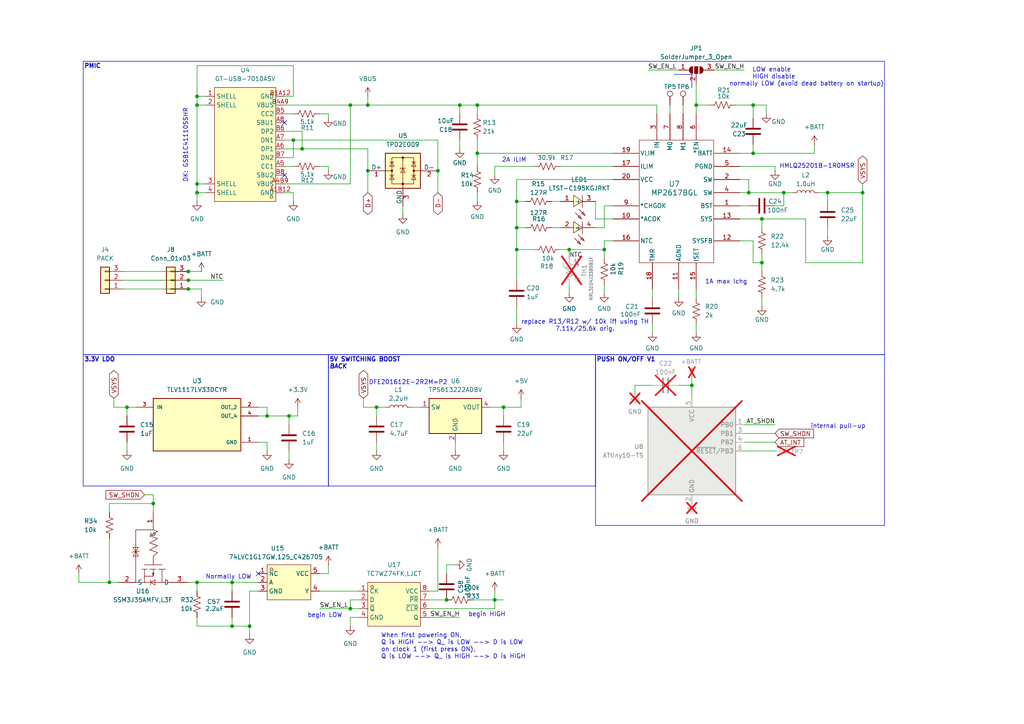
<source format=kicad_sch>
(kicad_sch (version 20231120) (generator "eeschema") (generator_version "8.0")
  (paper "A4")
  (title_block (title "Motorola MicroTAC 4G LTE Retrofit: Power") (date "2024-07-12") (rev "1") (company "Tyler Ramsawak"))
  (lib_symbols
    (symbol "Connector:TestPoint" (pin_numbers hide) (pin_names (offset 0.762) hide)
      (property "Reference" "TP" (at 0 6.858 0))
      (property "Value" "TestPoint" (at 0 5.08 0))
      (symbol "TestPoint_1_1"
        (pin passive line (at 0 0 90) (length 2.54) (name "1") (number "1"))
      )
    )
    (symbol "Connector_Generic:Conn_01x03" (pin_names (offset 1.016) hide)
      (property "Reference" "J" (at 0 5.08 0))
      (property "Value" "Conn_01x03" (at 0 -5.08 0))
      (symbol "Conn_01x03_1_1"
        (pin passive line (at -5.08 2.54 0) (length 3.81) (name "Pin_1") (number "1"))
        (pin passive line (at -5.08 0 0) (length 3.81) (name "Pin_2") (number "2"))
        (pin passive line (at -5.08 -2.54 0) (length 3.81) (name "Pin_3") (number "3"))
      )
    )
    (symbol "Device:C" (pin_numbers hide) (pin_names (offset 0.254))
      (property "Reference" "C" (at 0.635 2.54 0))
      (property "Value" "C" (at 0.635 -2.54 0))
      (symbol "C_1_1"
        (pin passive line (at 0 3.81 270) (length 2.794) (name "~") (number "1"))
        (pin passive line (at 0 -3.81 90) (length 2.794) (name "~") (number "2"))
      )
    )
    (symbol "Device:L" (pin_numbers hide) (pin_names (offset 1.016) hide)
      (property "Reference" "L" (at -1.27 0 90))
      (property "Value" "L" (at 1.905 0 90))
      (symbol "L_1_1"
        (pin passive line (at 0 3.81 270) (length 1.27) (name "1") (number "1"))
        (pin passive line (at 0 -3.81 90) (length 1.27) (name "2") (number "2"))
      )
    )
    (symbol "Device:R_US" (pin_numbers hide) (pin_names (offset 0))
      (property "Reference" "R" (at 2.54 0 90))
      (property "Value" "R_US" (at -2.54 0 90))
      (symbol "R_US_1_1"
        (pin passive line (at 0 3.81 270) (length 1.27) (name "~") (number "1"))
        (pin passive line (at 0 -3.81 90) (length 1.27) (name "~") (number "2"))
      )
    )
    (symbol "Device:Thermistor_NTC_US" (pin_numbers hide) (pin_names (offset 0))
      (property "Reference" "TH" (at -4.445 0 90))
      (property "Value" "Thermistor_NTC_US" (at 3.175 0 90))
      (symbol "Thermistor_NTC_US_1_1"
        (pin passive line (at 0 3.81 270) (length 1.27) (name "~") (number "1"))
        (pin passive line (at 0 -3.81 90) (length 1.27) (name "~") (number "2"))
      )
    )
    (symbol "GND_1" (power) (pin_numbers hide) (pin_names (offset 0) hide)
      (property "Value" "GND" (at 0 -3.81 0))
      (symbol "GND_1_1_1"
        (pin power_in line (at 0 0 270) (length 0) (name "~") (number "1"))
      )
    )
    (symbol "GND_2" (power) (pin_numbers hide) (pin_names (offset 0) hide)
      (property "Value" "GND" (at 0 -3.81 0))
      (symbol "GND_2_1_1"
        (pin power_in line (at 0 0 270) (length 0) (name "~") (number "1"))
      )
    )
    (symbol "GND_3" (power) (pin_numbers hide) (pin_names (offset 0) hide)
      (property "Value" "GND" (at 0 -3.81 0))
      (symbol "GND_3_1_1"
        (pin power_in line (at 0 0 270) (length 0) (name "~") (number "1"))
      )
    )
    (symbol "Jumper:SolderJumper_3_Open" (pin_names (offset 0) hide) (exclude_from_sim yes) (in_bom no)
      (property "Reference" "JP" (at -2.54 -2.54 0))
      (property "Value" "SolderJumper_3_Open" (at 0 2.794 0))
      (symbol "SolderJumper_3_Open_1_1"
        (pin passive line (at -5.08 0 0) (length 2.54) (name "A") (number "1"))
        (pin passive line (at 0 -3.81 90) (length 2.54) (name "C") (number "2"))
        (pin passive line (at 5.08 0 180) (length 2.54) (name "B") (number "3"))
      )
    )
    (symbol "MCU_Microchip_ATtiny:ATtiny10-TS"
      (property "Reference" "U" (at -12.7 13.97 0))
      (property "Value" "ATtiny10-TS" (at 2.54 -13.97 0))
      (symbol "ATtiny10-TS_1_1"
        (pin bidirectional line (at 15.24 7.62 180) (length 2.54) (name "PB0") (number "1"))
        (pin power_in line (at 0 -15.24 90) (length 2.54) (name "GND") (number "2"))
        (pin bidirectional line (at 15.24 5.08 180) (length 2.54) (name "PB1") (number "3"))
        (pin bidirectional line (at 15.24 2.54 180) (length 2.54) (name "PB2") (number "4"))
        (pin power_in line (at 0 15.24 270) (length 2.54) (name "VCC") (number "5"))
        (pin bidirectional line (at 15.24 0 180) (length 2.54) (name "~{RESET}/PB3") (number "6"))
      )
    )
    (symbol "MP2617:MP2617HGL-Z" (pin_names (offset 0.254))
      (property "Reference" "U" (at 0 -30.48 0))
      (property "Value" "MP2617HGL-Z" (at 0 -33.02 0))
      (symbol "MP2617HGL-Z_0_1"
        (pin power_in line (at 17.78 -1.27 180) (length 7.62) (name "BST") (number "1"))
        (pin output line (at -19.05 -5.08 0) (length 7.62) (name "*ACOK") (number "10"))
        (pin power_in line (at 0 -25.4 90) (length 7.62) (name "AGND") (number "11"))
        (pin unspecified line (at 17.78 -11.43 180) (length 7.62) (name "SYSFB") (number "12"))
        (pin output line (at 17.78 -5.08 180) (length 7.62) (name "SYS") (number "13"))
        (pin power_in line (at 17.78 13.97 180) (length 7.62) (name "BATT") (number "14"))
        (pin unspecified line (at 5.08 -25.4 90) (length 7.62) (name "ISET") (number "15"))
        (pin input line (at -19.05 -11.43 0) (length 7.62) (name "NTC") (number "16"))
        (pin input line (at -19.05 10.16 0) (length 7.62) (name "ILIM") (number "17"))
        (pin unspecified line (at -7.62 -25.4 90) (length 7.62) (name "TMR") (number "18"))
        (pin input line (at -19.05 13.97 0) (length 7.62) (name "VLIM") (number "19"))
        (pin output line (at 17.78 6.35 180) (length 7.62) (name "SW") (number "2"))
        (pin power_in line (at -19.05 6.35 0) (length 7.62) (name "VCC") (number "20"))
        (pin power_in line (at -6.35 25.4 270) (length 7.62) (name "IN") (number "3"))
        (pin output line (at 17.78 2.54 180) (length 7.62) (name "SW") (number "4"))
        (pin power_in line (at 17.78 10.16 180) (length 7.62) (name "PGND") (number "5"))
        (pin unspecified line (at 5.08 25.4 270) (length 7.62) (name "*EN") (number "6"))
        (pin input line (at -2.54 25.4 270) (length 7.62) (name "M0") (number "7"))
        (pin input line (at 1.27 25.4 270) (length 7.62) (name "M1") (number "8"))
        (pin output line (at -19.05 -1.27 0) (length 7.62) (name "*CHGOK") (number "9"))
      )
    )
    (symbol "Power_Protection:TPD2EUSB30" (pin_names (offset 0))
      (property "Reference" "U" (at 0 6.35 0))
      (property "Value" "TPD2EUSB30" (at 7.62 -7.62 0))
      (symbol "TPD2EUSB30_1_1"
        (pin passive line (at -10.16 0 0) (length 5.08) (name "D+") (number "1"))
        (pin passive line (at 10.16 0 180) (length 5.08) (name "D-") (number "2"))
        (pin passive line (at 0 -10.16 90) (length 5.08) (name "GND") (number "3"))
      )
    )
    (symbol "Regulator_Switching:TPS613222ADBV"
      (property "Reference" "U" (at -7.62 6.35 0))
      (property "Value" "TPS613222ADBV" (at 2.54 6.35 0))
      (symbol "TPS613222ADBV_1_1"
        (pin power_in line (at -10.16 2.54 0) (length 2.54) (name "SW") (number "1"))
        (pin power_in line (at 0 -7.62 90) (length 2.54) (name "GND") (number "2"))
        (pin no_connect line (at -7.62 -2.54 0) (length 2.54) hide (name "NC") (number "3"))
        (pin power_out line (at 10.16 2.54 180) (length 2.54) (name "VOUT") (number "4"))
        (pin no_connect line (at 7.62 -2.54 180) (length 2.54) hide (name "NC") (number "5"))
      )
    )
    (symbol "TLV1117LV33DCYR:TLV1117LV33DCYR" (pin_names (offset 1.016))
      (property "Reference" "U" (at -12.7 8.62 0))
      (property "Value" "TLV1117LV33DCYR" (at -12.7 -11.62 0))
      (symbol "TLV1117LV33DCYR_0_0"
        (pin power_in line (at 17.78 -5.08 180) (length 5.08) (name "GND") (number "1"))
        (pin output line (at 17.78 5.08 180) (length 5.08) (name "OUT_2") (number "2"))
        (pin input line (at -17.78 5.08 0) (length 5.08) (name "IN") (number "3"))
        (pin output line (at 17.78 2.54 180) (length 5.08) (name "OUT_4") (number "4"))
      )
    )
    (symbol "easyeda2kicad:74LVC1G17GW,125_C426705"
      (property "Reference" "U" (at 0 7.62 0))
      (property "Value" "74LVC1G17GW,125_C426705" (at 0 -7.62 0))
      (symbol "74LVC1G17GW,125_C426705_0_1"
        (pin unspecified line (at -8.89 2.54 0) (length 2.54) (name "NC") (number "1"))
        (pin unspecified line (at -8.89 0 0) (length 2.54) (name "A") (number "2"))
        (pin unspecified line (at -8.89 -2.54 0) (length 2.54) (name "GND") (number "3"))
        (pin unspecified line (at 8.89 -2.54 180) (length 2.54) (name "Y") (number "4"))
        (pin unspecified line (at 8.89 2.54 180) (length 2.54) (name "VCC") (number "5"))
      )
    )
    (symbol "easyeda2kicad:GT-USB-7010ASV"
      (property "Reference" "U" (at 0 20.32 0))
      (property "Value" "GT-USB-7010ASV" (at 0 -17.78 0))
      (symbol "GT-USB-7010ASV_0_1"
        (pin unspecified line (at 10.16 -12.7 180) (length 2.54) (name "SHELL") (number "1"))
        (pin unspecified line (at 10.16 -10.16 180) (length 2.54) (name "SHELL") (number "2"))
        (pin unspecified line (at 10.16 12.7 180) (length 2.54) (name "SHELL") (number "3"))
        (pin unspecified line (at 10.16 15.24 180) (length 2.54) (name "SHELL") (number "4"))
        (pin unspecified line (at -12.7 15.24 0) (length 2.54) (name "GND") (number "A1B12"))
        (pin unspecified line (at -12.7 12.7 0) (length 2.54) (name "VBUS") (number "A4B9"))
        (pin unspecified line (at -12.7 7.62 0) (length 2.54) (name "CC1") (number "A5"))
        (pin unspecified line (at -12.7 2.54 0) (length 2.54) (name "DP1") (number "A6"))
        (pin unspecified line (at -12.7 0 0) (length 2.54) (name "DN1") (number "A7"))
        (pin unspecified line (at -12.7 -5.08 0) (length 2.54) (name "SBU1") (number "A8"))
        (pin unspecified line (at -12.7 -12.7 0) (length 2.54) (name "GND") (number "B1A12"))
        (pin unspecified line (at -12.7 -10.16 0) (length 2.54) (name "VBUS") (number "B4A9"))
        (pin unspecified line (at -12.7 -7.62 0) (length 2.54) (name "CC2") (number "B5"))
        (pin unspecified line (at -12.7 -2.54 0) (length 2.54) (name "DP2") (number "B6"))
        (pin unspecified line (at -12.7 5.08 0) (length 2.54) (name "DN2") (number "B7"))
        (pin unspecified line (at -12.7 10.16 0) (length 2.54) (name "SBU2") (number "B8"))
      )
    )
    (symbol "easyeda2kicad:LTST-C195KGJRKT"
      (property "Reference" "LED" (at 0 7.62 0))
      (property "Value" "LTST-C195KGJRKT" (at 0 -10.16 0))
      (symbol "LTST-C195KGJRKT_0_1"
        (pin unspecified line (at 5.08 -5.08 180) (length 3.81) (name "+") (number "1"))
        (pin unspecified line (at 5.08 2.54 180) (length 3.81) (name "+") (number "2"))
        (pin unspecified line (at -5.08 -5.08 0) (length 3.81) (name "-") (number "3"))
        (pin unspecified line (at -5.08 2.54 0) (length 3.81) (name "-") (number "4"))
      )
    )
    (symbol "easyeda2kicad:SSM3J35AMFV,L3F"
      (property "Reference" "U" (at 0 15.24 0))
      (property "Value" "SSM3J35AMFV,L3F" (at 0 -15.24 0))
      (symbol "SSM3J35AMFV,L3F_0_1"
        (pin unspecified line (at -10.16 0 0) (length 5.08) (name "G") (number "1"))
        (pin unspecified line (at 10.16 -10.16 90) (length 5.08) (name "S") (number "2"))
        (pin unspecified line (at 10.16 10.16 270) (length 5.08) (name "D") (number "3"))
      )
    )
    (symbol "easyeda2kicad:TC7WZ74FK,LJ(CT"
      (property "Reference" "U" (at 0 8.89 0))
      (property "Value" "TC7WZ74FK,LJ(CT" (at 0 -8.89 0))
      (symbol "TC7WZ74FK,LJ(CT_0_1"
        (pin unspecified line (at -10.16 3.81 0) (length 2.54) (name "CK") (number "1"))
        (pin unspecified line (at -10.16 1.27 0) (length 2.54) (name "D") (number "2"))
        (pin unspecified line (at -10.16 -1.27 0) (length 2.54) (name "~{Q}") (number "3"))
        (pin unspecified line (at -10.16 -3.81 0) (length 2.54) (name "GND") (number "4"))
        (pin unspecified line (at 10.16 -3.81 180) (length 2.54) (name "Q") (number "5"))
        (pin unspecified line (at 10.16 -1.27 180) (length 2.54) (name "~{CLR}") (number "6"))
        (pin unspecified line (at 10.16 1.27 180) (length 2.54) (name "~{PR}") (number "7"))
        (pin unspecified line (at 10.16 3.81 180) (length 2.54) (name "VCC") (number "8"))
      )
    )
    (symbol "power:+3.3V" (power) (pin_numbers hide) (pin_names (offset 0) hide)
      (property "Value" "+3.3V" (at 0 3.556 0))
      (symbol "+3.3V_1_1"
        (pin power_in line (at 0 0 90) (length 0) (name "~") (number "1"))
      )
    )
    (symbol "power:+5V" (power) (pin_numbers hide) (pin_names (offset 0) hide)
      (property "Value" "+5V" (at 0 3.556 0))
      (symbol "+5V_1_1"
        (pin power_in line (at 0 0 90) (length 0) (name "~") (number "1"))
      )
    )
    (symbol "power:+BATT" (power) (pin_numbers hide) (pin_names (offset 0) hide)
      (property "Value" "+BATT" (at 0 3.556 0))
      (symbol "+BATT_1_1"
        (pin power_in line (at 0 0 90) (length 0) (name "~") (number "1"))
      )
    )
    (symbol "power:GND" (power) (pin_names (offset 0))
      (property "Value" "GND" (at 0 -3.81 0))
      (symbol "GND_1_1"
        (pin power_in line (at 0 0 270) (length 0) hide (name "GND") (number "1"))
      )
    )
    (symbol "power:VBUS" (power) (pin_numbers hide) (pin_names (offset 0) hide)
      (property "Value" "VBUS" (at 0 3.556 0))
      (symbol "VBUS_1_1"
        (pin power_in line (at 0 0 90) (length 0) (name "~") (number "1"))
      )
    )
  )
  (junction (at 72.39 181.61))
  (junction (at 149.86 66.04))
  (junction (at 149.86 72.39))
  (junction (at 138.43 30.48))
  (junction (at 227.33 55.88))
  (junction (at 133.35 30.48))
  (junction (at 57.15 168.91))
  (junction (at 87.63 43.18))
  (junction (at 143.51 173.99))
  (junction (at 106.68 49.53))
  (junction (at 201.93 30.48))
  (junction (at 101.6 176.53))
  (junction (at 200.66 111.76))
  (junction (at 106.68 30.48))
  (junction (at 220.98 76.2))
  (junction (at 57.15 30.48))
  (junction (at 138.43 44.45))
  (junction (at 31.75 168.91))
  (junction (at 218.44 30.48))
  (junction (at 175.26 72.39))
  (junction (at 250.19 55.88))
  (junction (at 165.1 72.39))
  (junction (at 146.05 118.11))
  (junction (at 67.31 181.61))
  (junction (at 217.17 55.88))
  (junction (at 67.31 168.91))
  (junction (at 218.44 44.45))
  (junction (at 109.22 118.11))
  (junction (at 57.15 53.34))
  (junction (at 101.6 30.48))
  (junction (at 149.86 58.42))
  (junction (at 57.15 27.94))
  (junction (at 240.03 55.88))
  (junction (at 83.82 120.65))
  (junction (at 36.83 118.11))
  (junction (at 220.98 63.5))
  (junction (at 85.09 40.64))
  (junction (at 127 49.53))
  (junction (at 54.61 78.74))
  (junction (at 57.15 55.88))
  (junction (at 129.54 173.99))
  (junction (at 44.45 146.05))
  (junction (at 54.61 83.82))
  (junction (at 77.47 120.65))
  (junction (at 54.61 81.28))
  (no_connect (at 74.93 166.37))
  (no_connect (at 82.55 35.56))
  (no_connect (at 82.55 50.8))
  (wire (pts (xy 138.43 40.64) (xy 138.43 44.45)))
  (wire (pts (xy 172.72 58.42) (xy 172.72 63.5)))
  (wire (pts (xy 224.79 123.19) (xy 215.9 123.19)))
  (wire (pts (xy 227.33 55.88) (xy 227.33 59.69)))
  (wire (pts (xy 82.55 45.72) (xy 85.09 45.72)))
  (wire (pts (xy 22.86 166.37) (xy 22.86 168.91)))
  (wire (pts (xy 162.56 48.26) (xy 177.8 48.26)))
  (wire (pts (xy 250.19 53.34) (xy 250.19 55.88)))
  (wire (pts (xy 83.82 120.65) (xy 83.82 123.19)))
  (wire (pts (xy 57.15 179.07) (xy 57.15 181.61)))
  (wire (pts (xy 200.66 109.22) (xy 200.66 111.76)))
  (wire (pts (xy 116.84 59.69) (xy 116.84 62.23)))
  (wire (pts (xy 220.98 63.5) (xy 220.98 66.04)))
  (wire (pts (xy 146.05 173.99) (xy 143.51 173.99)))
  (wire (pts (xy 175.26 66.04) (xy 172.72 66.04)))
  (wire (pts (xy 165.1 74.93) (xy 165.1 72.39)))
  (wire (pts (xy 177.8 69.85) (xy 175.26 69.85)))
  (wire (pts (xy 127 49.53) (xy 127 55.88)))
  (wire (pts (xy 218.44 41.91) (xy 218.44 44.45)))
  (wire (pts (xy 59.69 30.48) (xy 57.15 30.48)))
  (wire (pts (xy 72.39 184.15) (xy 72.39 181.61)))
  (wire (pts (xy 57.15 168.91) (xy 57.15 171.45)))
  (wire (pts (xy 106.68 30.48) (xy 133.35 30.48)))
  (wire (pts (xy 143.51 48.26) (xy 143.51 50.8)))
  (wire (pts (xy 201.93 83.82) (xy 201.93 86.36)))
  (wire (pts (xy 165.1 85.09) (xy 165.1 82.55)))
  (wire (pts (xy 240.03 55.88) (xy 250.19 55.88)))
  (wire (pts (xy 149.86 58.42) (xy 149.86 66.04)))
  (wire (pts (xy 36.83 128.27) (xy 36.83 130.81)))
  (wire (pts (xy 133.35 43.18) (xy 133.35 40.64)))
  (wire (pts (xy 229.87 55.88) (xy 227.33 55.88)))
  (wire (pts (xy 67.31 168.91) (xy 74.93 168.91)))
  (wire (pts (xy 109.22 120.65) (xy 109.22 118.11)))
  (wire (pts (xy 36.83 118.11) (xy 39.37 118.11)))
  (wire (pts (xy 143.51 176.53) (xy 143.51 173.99)))
  (wire (pts (xy 214.63 59.69) (xy 217.17 59.69)))
  (wire (pts (xy 106.68 55.88) (xy 106.68 49.53)))
  (wire (pts (xy 86.36 118.11) (xy 86.36 120.65)))
  (wire (pts (xy 240.03 68.58) (xy 240.03 66.04)))
  (wire (pts (xy 106.68 27.94) (xy 106.68 30.48)))
  (polyline (pts (xy 195.58 21.59) (xy 200.66 21.59)))
  (wire (pts (xy 82.55 55.88) (xy 85.09 55.88)))
  (wire (pts (xy 201.93 30.48) (xy 201.93 33.02)))
  (wire (pts (xy 124.46 171.45) (xy 127 171.45)))
  (wire (pts (xy 82.55 40.64) (xy 85.09 40.64)))
  (wire (pts (xy 142.24 118.11) (xy 146.05 118.11)))
  (wire (pts (xy 129.54 166.37) (xy 129.54 163.83)))
  (wire (pts (xy 36.83 118.11) (xy 36.83 120.65)))
  (wire (pts (xy 54.61 81.28) (xy 64.77 81.28)))
  (wire (pts (xy 124.46 179.07) (xy 133.35 179.07)))
  (wire (pts (xy 82.55 30.48) (xy 101.6 30.48)))
  (wire (pts (xy 77.47 120.65) (xy 77.47 118.11)))
  (wire (pts (xy 105.41 118.11) (xy 105.41 115.57)))
  (wire (pts (xy 146.05 118.11) (xy 151.13 118.11)))
  (wire (pts (xy 189.23 83.82) (xy 189.23 86.36)))
  (wire (pts (xy 146.05 120.65) (xy 146.05 118.11)))
  (wire (pts (xy 101.6 173.99) (xy 101.6 176.53)))
  (wire (pts (xy 67.31 171.45) (xy 67.31 168.91)))
  (wire (pts (xy 215.9 125.73) (xy 224.79 125.73)))
  (wire (pts (xy 200.66 111.76) (xy 200.66 115.57)))
  (wire (pts (xy 87.63 43.18) (xy 106.68 43.18)))
  (wire (pts (xy 85.09 45.72) (xy 85.09 40.64)))
  (wire (pts (xy 54.61 168.91) (xy 57.15 168.91)))
  (wire (pts (xy 177.8 59.69) (xy 175.26 59.69)))
  (wire (pts (xy 138.43 30.48) (xy 138.43 33.02)))
  (wire (pts (xy 213.36 30.48) (xy 218.44 30.48)))
  (wire (pts (xy 214.63 48.26) (xy 224.79 48.26)))
  (wire (pts (xy 92.71 33.02) (xy 95.25 33.02)))
  (wire (pts (xy 224.79 130.81) (xy 215.9 130.81)))
  (wire (pts (xy 31.75 168.91) (xy 34.29 168.91)))
  (wire (pts (xy 74.93 120.65) (xy 77.47 120.65)))
  (wire (pts (xy 218.44 44.45) (xy 214.63 44.45)))
  (wire (pts (xy 54.61 83.82) (xy 58.42 83.82)))
  (wire (pts (xy 160.02 58.42) (xy 162.56 58.42)))
  (wire (pts (xy 33.02 115.57) (xy 33.02 118.11)))
  (wire (pts (xy 187.96 20.32) (xy 196.85 20.32)))
  (wire (pts (xy 57.15 30.48) (xy 57.15 27.94)))
  (wire (pts (xy 85.09 27.94) (xy 85.09 19.05)))
  (wire (pts (xy 227.33 59.69) (xy 224.79 59.69)))
  (wire (pts (xy 67.31 181.61) (xy 72.39 181.61)))
  (wire (pts (xy 149.86 88.9) (xy 149.86 93.98)))
  (wire (pts (xy 175.26 74.93) (xy 175.26 72.39)))
  (wire (pts (xy 44.45 143.51) (xy 44.45 146.05)))
  (wire (pts (xy 149.86 66.04) (xy 149.86 72.39)))
  (wire (pts (xy 137.16 173.99) (xy 143.51 173.99)))
  (wire (pts (xy 41.91 143.51) (xy 44.45 143.51)))
  (wire (pts (xy 220.98 76.2) (xy 220.98 78.74)))
  (wire (pts (xy 138.43 55.88) (xy 138.43 58.42)))
  (wire (pts (xy 220.98 76.2) (xy 220.98 73.66)))
  (wire (pts (xy 214.63 52.07) (xy 217.17 52.07)))
  (wire (pts (xy 127 40.64) (xy 127 49.53)))
  (wire (pts (xy 57.15 53.34) (xy 59.69 53.34)))
  (wire (pts (xy 198.12 30.48) (xy 198.12 33.02)))
  (wire (pts (xy 177.8 44.45) (xy 138.43 44.45)))
  (wire (pts (xy 82.55 27.94) (xy 85.09 27.94)))
  (wire (pts (xy 127 158.75) (xy 127 171.45)))
  (wire (pts (xy 149.86 52.07) (xy 149.86 58.42)))
  (wire (pts (xy 146.05 128.27) (xy 146.05 130.81)))
  (wire (pts (xy 57.15 55.88) (xy 59.69 55.88)))
  (wire (pts (xy 85.09 40.64) (xy 127 40.64)))
  (wire (pts (xy 233.68 63.5) (xy 233.68 76.2)))
  (wire (pts (xy 58.42 86.36) (xy 58.42 83.82)))
  (wire (pts (xy 205.74 30.48) (xy 201.93 30.48)))
  (wire (pts (xy 184.15 111.76) (xy 184.15 114.3)))
  (wire (pts (xy 149.86 72.39) (xy 154.94 72.39)))
  (wire (pts (xy 129.54 163.83) (xy 132.08 163.83)))
  (wire (pts (xy 138.43 30.48) (xy 133.35 30.48)))
  (wire (pts (xy 95.25 33.02) (xy 95.25 34.29)))
  (wire (pts (xy 57.15 181.61) (xy 67.31 181.61)))
  (wire (pts (xy 101.6 176.53) (xy 104.14 176.53)))
  (wire (pts (xy 175.26 59.69) (xy 175.26 66.04)))
  (wire (pts (xy 85.09 33.02) (xy 82.55 33.02)))
  (wire (pts (xy 175.26 72.39) (xy 175.26 69.85)))
  (wire (pts (xy 189.23 93.98) (xy 189.23 96.52)))
  (wire (pts (xy 124.46 173.99) (xy 129.54 173.99)))
  (wire (pts (xy 106.68 43.18) (xy 106.68 49.53)))
  (wire (pts (xy 175.26 85.09) (xy 175.26 82.55)))
  (wire (pts (xy 160.02 66.04) (xy 162.56 66.04)))
  (wire (pts (xy 77.47 128.27) (xy 77.47 130.81)))
  (wire (pts (xy 44.45 146.05) (xy 44.45 148.59)))
  (wire (pts (xy 31.75 146.05) (xy 31.75 148.59)))
  (wire (pts (xy 85.09 19.05) (xy 57.15 19.05)))
  (wire (pts (xy 190.5 33.02) (xy 190.5 30.48)))
  (wire (pts (xy 217.17 55.88) (xy 214.63 55.88)))
  (wire (pts (xy 92.71 176.53) (xy 101.6 176.53)))
  (wire (pts (xy 133.35 30.48) (xy 133.35 33.02)))
  (wire (pts (xy 250.19 76.2) (xy 250.19 55.88)))
  (wire (pts (xy 237.49 55.88) (xy 240.03 55.88)))
  (wire (pts (xy 95.25 166.37) (xy 95.25 163.83)))
  (wire (pts (xy 189.23 111.76) (xy 184.15 111.76)))
  (wire (pts (xy 109.22 128.27) (xy 109.22 130.81)))
  (wire (pts (xy 74.93 128.27) (xy 77.47 128.27)))
  (wire (pts (xy 101.6 30.48) (xy 101.6 53.34)))
  (wire (pts (xy 101.6 181.61) (xy 101.6 179.07)))
  (wire (pts (xy 57.15 19.05) (xy 57.15 27.94)))
  (wire (pts (xy 217.17 55.88) (xy 227.33 55.88)))
  (wire (pts (xy 92.71 166.37) (xy 95.25 166.37)))
  (wire (pts (xy 218.44 69.85) (xy 218.44 76.2)))
  (wire (pts (xy 77.47 120.65) (xy 83.82 120.65)))
  (wire (pts (xy 236.22 44.45) (xy 218.44 44.45)))
  (wire (pts (xy 31.75 156.21) (xy 31.75 168.91)))
  (wire (pts (xy 236.22 41.91) (xy 236.22 44.45)))
  (wire (pts (xy 220.98 88.9) (xy 220.98 86.36)))
  (wire (pts (xy 214.63 63.5) (xy 220.98 63.5)))
  (wire (pts (xy 83.82 130.81) (xy 83.82 133.35)))
  (polyline (pts (xy 200.66 21.59) (xy 200.66 25.4)))
  (wire (pts (xy 224.79 128.27) (xy 215.9 128.27)))
  (wire (pts (xy 82.55 38.1) (xy 87.63 38.1)))
  (wire (pts (xy 201.93 24.13) (xy 201.93 30.48)))
  (wire (pts (xy 111.76 118.11) (xy 109.22 118.11)))
  (wire (pts (xy 152.4 66.04) (xy 149.86 66.04)))
  (wire (pts (xy 124.46 176.53) (xy 143.51 176.53)))
  (wire (pts (xy 143.51 171.45) (xy 143.51 173.99)))
  (wire (pts (xy 35.56 81.28) (xy 54.61 81.28)))
  (wire (pts (xy 151.13 115.57) (xy 151.13 118.11)))
  (wire (pts (xy 196.85 86.36) (xy 196.85 83.82)))
  (wire (pts (xy 72.39 171.45) (xy 74.93 171.45)))
  (wire (pts (xy 33.02 118.11) (xy 36.83 118.11)))
  (wire (pts (xy 240.03 55.88) (xy 240.03 58.42)))
  (wire (pts (xy 57.15 58.42) (xy 57.15 55.88)))
  (wire (pts (xy 218.44 30.48) (xy 222.25 30.48)))
  (wire (pts (xy 77.47 118.11) (xy 74.93 118.11)))
  (wire (pts (xy 57.15 30.48) (xy 57.15 53.34)))
  (wire (pts (xy 165.1 72.39) (xy 175.26 72.39)))
  (wire (pts (xy 82.55 43.18) (xy 87.63 43.18)))
  (wire (pts (xy 154.94 48.26) (xy 143.51 48.26)))
  (wire (pts (xy 92.71 171.45) (xy 104.14 171.45)))
  (wire (pts (xy 95.25 48.26) (xy 95.25 49.53)))
  (wire (pts (xy 149.86 52.07) (xy 177.8 52.07)))
  (wire (pts (xy 85.09 48.26) (xy 82.55 48.26)))
  (wire (pts (xy 218.44 76.2) (xy 220.98 76.2)))
  (wire (pts (xy 83.82 120.65) (xy 86.36 120.65)))
  (wire (pts (xy 149.86 72.39) (xy 149.86 81.28)))
  (wire (pts (xy 119.38 118.11) (xy 121.92 118.11)))
  (wire (pts (xy 109.22 118.11) (xy 105.41 118.11)))
  (wire (pts (xy 82.55 53.34) (xy 101.6 53.34)))
  (wire (pts (xy 217.17 52.07) (xy 217.17 55.88)))
  (wire (pts (xy 162.56 72.39) (xy 165.1 72.39)))
  (wire (pts (xy 233.68 76.2) (xy 250.19 76.2)))
  (wire (pts (xy 201.93 96.52) (xy 201.93 93.98)))
  (wire (pts (xy 214.63 69.85) (xy 218.44 69.85)))
  (wire (pts (xy 138.43 30.48) (xy 190.5 30.48)))
  (wire (pts (xy 194.31 30.48) (xy 194.31 33.02)))
  (wire (pts (xy 54.61 78.74) (xy 58.42 78.74)))
  (wire (pts (xy 224.79 48.26) (xy 224.79 49.53)))
  (wire (pts (xy 67.31 179.07) (xy 67.31 181.61)))
  (wire (pts (xy 57.15 168.91) (xy 67.31 168.91)))
  (wire (pts (xy 85.09 55.88) (xy 85.09 58.42)))
  (wire (pts (xy 196.85 111.76) (xy 200.66 111.76)))
  (wire (pts (xy 104.14 173.99) (xy 101.6 173.99)))
  (wire (pts (xy 72.39 181.61) (xy 72.39 171.45)))
  (wire (pts (xy 101.6 179.07) (xy 104.14 179.07)))
  (wire (pts (xy 177.8 63.5) (xy 172.72 63.5)))
  (wire (pts (xy 101.6 30.48) (xy 106.68 30.48)))
  (wire (pts (xy 138.43 44.45) (xy 138.43 48.26)))
  (wire (pts (xy 57.15 27.94) (xy 59.69 27.94)))
  (wire (pts (xy 220.98 63.5) (xy 233.68 63.5)))
  (wire (pts (xy 87.63 38.1) (xy 87.63 43.18)))
  (wire (pts (xy 215.9 20.32) (xy 207.01 20.32)))
  (wire (pts (xy 57.15 55.88) (xy 57.15 53.34)))
  (wire (pts (xy 22.86 168.91) (xy 31.75 168.91)))
  (wire (pts (xy 31.75 146.05) (xy 44.45 146.05)))
  (wire (pts (xy 92.71 48.26) (xy 95.25 48.26)))
  (wire (pts (xy 218.44 34.29) (xy 218.44 30.48)))
  (wire (pts (xy 35.56 83.82) (xy 54.61 83.82)))
  (wire (pts (xy 222.25 30.48) (xy 222.25 33.02)))
  (wire (pts (xy 152.4 58.42) (xy 149.86 58.42)))
  (wire (pts (xy 35.56 78.74) (xy 54.61 78.74)))
  (wire (pts (xy 132.08 128.27) (xy 132.08 130.81)))
  (rectangle (start 95.25 102.87) (end 172.72 140.97))
  (rectangle (start 24.13 102.87) (end 95.25 140.97))
  (rectangle (start 24.13 17.78) (end 256.54 102.87))
  (rectangle (start 172.72 102.87) (end 256.54 152.4))
  (text "Normally LOW" (at 66.294 167.386 0) (effects (font (size 1.27 1.27))))
  (text "internal pull-up" (at 243.078 123.698 0) (effects (font (size 1.27 1.27))))
  (text "DK: GSB1C41110SSHR" (at 53.848 42.164 90) (effects (font (size 1.27 1.27))))
  (text "normally LOW (avoid dead battery on startup)" (at 233.934 24.384 0) (effects (font (size 1.27 1.27))))
  (text "2A ILIM" (at 145.542 47.244 0) (effects (font (size 1.27 1.27)) (justify left bottom)))
  (text "DFE201612E-2R2M=P2" (at 118.364 110.998 0) (effects (font (size 1.27 1.27))))
  (text "1A max Ichg" (at 204.47 82.55 0) (effects (font (size 1.27 1.27)) (justify left bottom)))
  (text "LOW enable\nHIGH disable" (at 218.186 21.336 0) (effects (font (size 1.27 1.27)) (justify left)))
  (text "BACK" (at 95.504 106.426 0) (effects (font (size 1.27 1.27) (thickness 0.254) (bold yes) (italic yes)) (justify left)))
  (text "3.3V LDO" (at 24.384 103.632 0) (effects (font (size 1.27 1.27) (bold yes)) (justify left top)))
  (text "HMLQ25201B-1R0MSR" (at 236.982 48.26 0) (effects (font (size 1.27 1.27))))
  (text "PUSH ON/OFF V1" (at 172.974 103.632 0) (effects (font (size 1.27 1.27) (bold yes)) (justify left top)))
  (text "begin HIGH" (at 141.224 178.308 0) (effects (font (size 1.27 1.27))))
  (text "begin LOW" (at 94.234 178.562 0) (effects (font (size 1.27 1.27))))
  (text "PMIC" (at 24.384 18.542 0) (effects (font (size 1.27 1.27) (bold yes)) (justify left top)))
  (text "5V SWITCHING BOOST" (at 95.504 103.632 0) (effects (font (size 1.27 1.27) (bold yes)) (justify left top)))
  (text "When first powering ON,\nQ is HIGH --> Q_ is LOW --> D is LOW\non clock 1 (first press ON),\nQ is LOW --> Q_ is HIGH --> D is HIGH" (at 110.49 187.452 0) (effects (font (size 1.27 1.27)) (justify left)))
  (text "replace R13/R12 w/ 10k if! using TH\n7.11k/25.6k orig." (at 169.672 94.488 0) (effects (font (size 1.27 1.27))))
  (label "SW_EN_L" (at 92.71 176.53 0))
  (label "NTC" (at 165.1 74.93 0))
  (label "SW_EN_L" (at 187.96 20.32 0))
  (label "SW_EN_H" (at 133.35 179.07 180))
  (label "NTC" (at 64.77 81.28 180))
  (label "AT_SHDN" (at 224.79 123.19 180))
  (label "SW_EN_H" (at 215.9 20.32 180))
  (global_label "SW_SHDN" (shape input) (at 224.79 125.73 0) (property "Intersheetrefs" "${INTERSHEET_REFS}" (effects (hide yes))))
  (global_label "AT_INT" (shape input) (at 224.79 128.27 0) (property "Intersheetrefs" "${INTERSHEET_REFS}" (effects (hide yes))))
  (global_label "VSYS" (shape bidirectional) (at 33.02 115.57 90) (property "Intersheetrefs" "${INTERSHEET_REFS}" (effects (hide yes))))
  (global_label "D-" (shape bidirectional) (at 127 55.88 270) (property "Intersheetrefs" "${INTERSHEET_REFS}" (effects (hide yes))))
  (global_label "VSYS" (shape bidirectional) (at 250.19 53.34 90) (property "Intersheetrefs" "${INTERSHEET_REFS}" (effects (hide yes))))
  (global_label "D+" (shape bidirectional) (at 106.68 55.88 270) (property "Intersheetrefs" "${INTERSHEET_REFS}" (effects (hide yes))))
  (global_label "VSYS" (shape bidirectional) (at 105.41 115.57 90) (property "Intersheetrefs" "${INTERSHEET_REFS}" (effects (hide yes))))
  (global_label "SW_SHDN" (shape input) (at 41.91 143.51 180) (property "Intersheetrefs" "${INTERSHEET_REFS}" (effects (hide yes))))
  (symbol (lib_id "Device:C") (at 240.03 62.23 0) (unit 1)
    (property "Reference" "C25" (at 243.84 60.9599 0) (effects (justify left)))
    (property "Value" "22uF" (at 243.84 63.4999 0) (effects (justify left)))
    (property "Footprint" "Capacitor_SMD:C_0603_1608Metric" (effects (hide yes)))
    (property "Description" "Unpolarized capacitor" (effects (hide yes)))
    (property "LCSC Part #" "C86295" (effects (hide yes)))
  )
  (symbol (lib_id "Device:R_US") (at 57.15 175.26 180) (unit 1)
    (property "Reference" "R32" (at 52.324 173.99 0) (effects (justify right)))
    (property "Value" "10k" (at 52.324 176.5269 0) (effects (justify right)))
    (property "Footprint" "Resistor_SMD:R_0603_1608Metric" (effects (hide yes)))
    (property "LCSC Part #" "C98220" (effects (hide yes)))
  )
  (symbol (lib_id "Connector:TestPoint") (at 198.12 30.48 0) (unit 1) (in_bom no)
    (property "Reference" "TP6" (at 196.342 25.146 0) (effects (justify left)))
    (property "Value" "TestPoint" (effects (hide yes)))
    (property "Footprint" "TestPoint:TestPoint_Pad_D1.0mm" (effects (hide yes)))
    (property "Description" "test point" (effects (hide yes)))
  )
  (symbol (lib_id "Device:R_US") (at 175.26 78.74 0) (unit 1)
    (property "Reference" "R19" (at 180.086 75.946 90) (effects (justify right)))
    (property "Value" "10k" (at 177.8 76.2 90) (effects (justify right)))
    (property "Footprint" "Resistor_SMD:R_0603_1608Metric" (effects (hide yes)))
    (property "LCSC Part #" "C98220" (effects (hide yes)))
  )
  (symbol (lib_id "MP2617:MP2617HGL-Z") (at 196.85 58.42 0) (unit 1)
    (property "Reference" "U7" (at 195.58 53.34 0) (effects (font (size 1.524 1.524))))
    (property "Value" "MP2617BGL" (at 195.58 55.88 0) (effects (font (size 1.524 1.524))))
    (property "Footprint" "QFN-3x4_MP2617B_MNP:QFN-3x4_MP2617B_MNP" (effects (hide yes)))
    (property "Datasheet" "https://www.lcsc.com/datasheet/lcsc_datasheet_2403151619_Monolithic-Power-Systems-MP2617BGL-Z_C20069078.pdf" (effects (hide yes)))
  )
  (symbol (lib_id "Device:R_US") (at 138.43 36.83 180) (unit 1)
    (property "Reference" "R13" (at 139.954 35.56 0) (effects (justify right)))
    (property "Value" "21k" (at 139.954 38.1 0) (effects (justify right)))
    (property "Footprint" "Resistor_SMD:R_0603_1608Metric" (effects (hide yes)))
    (property "LCSC Part #" "C137769" (effects (hide yes)))
  )
  (symbol (lib_id "power:+BATT") (at 200.66 109.22 0) (unit 1) (in_bom no) (on_board no) (dnp yes)
    (property "Reference" "#PWR056" (effects (hide yes)))
    (property "Value" "+BATT" (at 200.406 104.902 0))
    (property "Description" "Power symbol creates a global label with name \"+BATT\"" (effects (hide yes)))
  )
  (symbol (lib_id "Connector:TestPoint") (at 224.79 130.81 270) (unit 1) (in_bom no) (on_board no) (dnp yes)
    (property "Reference" "TP7" (at 229.362 131.064 90) (effects (justify left)))
    (property "Value" "TestPoint" (effects (hide yes)))
    (property "Footprint" "TestPoint:TestPoint_Pad_D1.0mm" (effects (hide yes)))
    (property "Description" "test point" (effects (hide yes)))
  )
  (symbol (lib_name "GND_3") (lib_id "power:GND") (at 101.6 181.61 0) (unit 1)
    (property "Reference" "#PWR0123" (effects (hide yes)))
    (property "Value" "GND" (at 101.6 186.69 0))
    (property "Description" "Power symbol creates a global label with name \"GND\" , ground" (effects (hide yes)))
  )
  (symbol (lib_id "Device:R_US") (at 220.98 69.85 180) (unit 1)
    (property "Reference" "R22" (at 223.52 68.5799 0) (effects (justify right)))
    (property "Value" "12.4k" (at 223.52 71.1199 0) (effects (justify right)))
    (property "Footprint" "Resistor_SMD:R_0603_1608Metric" (effects (hide yes)))
    (property "Description" "Resistor, US symbol" (effects (hide yes)))
    (property "LCSC Part #" "C137798" (effects (hide yes)))
  )
  (symbol (lib_id "Connector:TestPoint") (at 194.31 30.48 0) (unit 1) (in_bom no)
    (property "Reference" "TP5" (at 192.532 25.146 0) (effects (justify left)))
    (property "Value" "TestPoint" (effects (hide yes)))
    (property "Footprint" "TestPoint:TestPoint_Pad_D1.0mm" (effects (hide yes)))
    (property "Description" "test point" (effects (hide yes)))
  )
  (symbol (lib_name "GND_1") (lib_id "power:GND") (at 220.98 88.9 0) (unit 1)
    (property "Reference" "#PWR059" (effects (hide yes)))
    (property "Value" "GND" (at 220.98 92.71 0))
    (property "Description" "Power symbol creates a global label with name \"GND\" , ground" (effects (hide yes)))
  )
  (symbol (lib_name "GND_2") (lib_id "power:GND") (at 57.15 58.42 0) (unit 1)
    (property "Reference" "#PWR032" (effects (hide yes)))
    (property "Value" "GND" (at 57.15 63.5 0))
    (property "Description" "Power symbol creates a global label with name \"GND\" , ground" (effects (hide yes)))
  )
  (symbol (lib_id "easyeda2kicad:TC7WZ74FK,LJ(CT") (at 114.3 175.26 0) (unit 1)
    (property "Reference" "U17" (at 114.3 163.83 0))
    (property "Value" "TC7WZ74FK,LJCT" (at 114.3 166.37 0))
    (property "Footprint" "easyeda2kicad:US-8_L2.4-W2.1-P0.50-LS3.2-BL" (effects (hide yes)))
    (property "LCSC Part" "C2652815" (effects (hide yes)))
    (property "LCSC Part #" "C2652815" (effects (hide yes)))
  )
  (symbol (lib_name "GND_1") (lib_id "power:GND") (at 240.03 68.58 0) (unit 1)
    (property "Reference" "#PWR063" (effects (hide yes)))
    (property "Value" "GND" (at 240.03 72.39 0))
    (property "Description" "Power symbol creates a global label with name \"GND\" , ground" (effects (hide yes)))
  )
  (symbol (lib_name "GND_3") (lib_id "power:GND") (at 36.83 130.81 0) (unit 1)
    (property "Reference" "#PWR031" (effects (hide yes)))
    (property "Value" "GND" (at 36.83 135.89 0))
    (property "Description" "Power symbol creates a global label with name \"GND\" , ground" (effects (hide yes)))
  )
  (symbol (lib_id "power:+BATT") (at 127 158.75 0) (unit 1)
    (property "Reference" "#PWR0124" (effects (hide yes)))
    (property "Value" "+BATT" (at 127 153.67 0))
    (property "Description" "Power symbol creates a global label with name \"+BATT\"" (effects (hide yes)))
  )
  (symbol (lib_id "easyeda2kicad:SSM3J35AMFV,L3F") (at 44.45 158.75 270) (unit 1)
    (property "Reference" "U16" (at 41.402 171.45 90))
    (property "Value" "SSM3J35AMFV,L3F" (at 41.402 173.99 90))
    (property "Footprint" "easyeda2kicad:SOT-723_L1.2-W0.8-P0.80-LS1.2-BR" (effects (hide yes)))
    (property "LCSC Part" "C5274156" (effects (hide yes)))
    (property "LCSC Part #" "C5274156" (effects (hide yes)))
  )
  (symbol (lib_id "easyeda2kicad:74LVC1G17GW,125_C426705") (at 83.82 168.91 0) (unit 1)
    (property "Reference" "U15" (at 80.518 159.004 0))
    (property "Value" "74LVC1G17GW,125_C426705" (at 80.01 161.544 0))
    (property "Footprint" "easyeda2kicad:SOT-353_L2.1-W1.3-P0.65-LS2.3-BR" (effects (hide yes)))
    (property "Datasheet" "https://lcsc.com/product-detail/Logic-Buffers-Drivers-Receivers-Transceivers_Nexperia_74LVC1G17GW-125_Nexperia-74LVC1G17GW-125_C426705.html" (effects (hide yes)))
    (property "LCSC Part" "C426705" (effects (hide yes)))
    (property "LCSC Part #" "C426705" (effects (hide yes)))
  )
  (symbol (lib_id "power:GND") (at 133.35 43.18 0) (unit 1)
    (property "Reference" "#PWR045" (effects (hide yes)))
    (property "Value" "GND" (at 133.35 47.244 0))
  )
  (symbol (lib_id "Device:C") (at 146.05 124.46 0) (unit 1)
    (property "Reference" "C19" (at 149.86 123.1899 0) (effects (justify left)))
    (property "Value" "22uF" (at 149.86 125.7299 0) (effects (justify left)))
    (property "Footprint" "Capacitor_SMD:C_0603_1608Metric" (effects (hide yes)))
    (property "Description" "Unpolarized capacitor" (effects (hide yes)))
    (property "LCSC Part #" "C86295" (effects (hide yes)))
  )
  (symbol (lib_id "Device:R_US") (at 138.43 52.07 180) (unit 1)
    (property "Reference" "R14" (at 133.604 50.8 0) (effects (justify right)))
    (property "Value" "10k" (at 133.604 53.3369 0) (effects (justify right)))
    (property "Footprint" "Resistor_SMD:R_0603_1608Metric" (effects (hide yes)))
    (property "LCSC Part #" "C98220" (effects (hide yes)))
  )
  (symbol (lib_name "GND_2") (lib_id "power:GND") (at 95.25 49.53 0) (unit 1)
    (property "Reference" "#PWR040" (effects (hide yes)))
    (property "Value" "GND" (at 98.552 51.308 0))
    (property "Description" "Power symbol creates a global label with name \"GND\" , ground" (effects (hide yes)))
  )
  (symbol (lib_id "Device:C") (at 149.86 85.09 0) (unit 1)
    (property "Reference" "C20" (at 152.654 83.566 0) (effects (justify left)))
    (property "Value" "1uF" (at 152.654 86.1029 0) (effects (justify left)))
    (property "Footprint" "Capacitor_SMD:C_0603_1608Metric" (effects (hide yes)))
    (property "LCSC Part #" "C59782" (effects (hide yes)))
  )
  (symbol (lib_id "Device:R_US") (at 158.75 48.26 270) (unit 1)
    (property "Reference" "R17" (at 166.37 45.72 90) (effects (justify right)))
    (property "Value" "30.9k" (at 161.29 45.72 90) (effects (justify right)))
    (property "Footprint" "Resistor_SMD:R_0603_1608Metric" (effects (hide yes)))
    (property "LCSC Part #" "C137744" (effects (hide yes)))
  )
  (symbol (lib_id "Device:R_US") (at 158.75 72.39 270) (unit 1)
    (property "Reference" "R18" (at 160.528 77.216 90) (effects (justify right)))
    (property "Value" "10k" (at 160.782 74.93 90) (effects (justify right)))
    (property "Footprint" "Resistor_SMD:R_0603_1608Metric" (effects (hide yes)))
    (property "LCSC Part #" "C98220" (effects (hide yes)))
  )
  (symbol (lib_name "GND_3") (lib_id "power:GND") (at 132.08 163.83 90) (unit 1)
    (property "Reference" "#PWR0125" (effects (hide yes)))
    (property "Value" "GND" (at 136.144 163.83 0))
    (property "Description" "Power symbol creates a global label with name \"GND\" , ground" (effects (hide yes)))
  )
  (symbol (lib_id "power:GND") (at 165.1 85.09 0) (unit 1)
    (property "Reference" "#PWR051" (effects (hide yes)))
    (property "Value" "GND" (at 165.1 89.5334 0))
  )
  (symbol (lib_id "Device:C") (at 218.44 38.1 0) (unit 1)
    (property "Reference" "C23" (at 214.376 38.862 0))
    (property "Value" "22uF" (at 214.376 36.322 0))
    (property "Footprint" "Capacitor_SMD:C_0603_1608Metric" (effects (hide yes)))
    (property "Description" "Unpolarized capacitor" (effects (hide yes)))
    (property "LCSC Part #" "C86295" (effects (hide yes)))
  )
  (symbol (lib_id "Device:R_US") (at 156.21 58.42 90) (unit 1)
    (property "Reference" "R15" (at 154.178 53.34 90) (effects (justify right)))
    (property "Value" "127R" (at 153.67 55.88 90) (effects (justify right)))
    (property "Footprint" "Resistor_SMD:R_0603_1608Metric" (effects (hide yes)))
    (property "LCSC Part #" "C137799" (effects (hide yes)))
  )
  (symbol (lib_name "GND_2") (lib_id "power:GND") (at 95.25 34.29 0) (unit 1)
    (property "Reference" "#PWR039" (effects (hide yes)))
    (property "Value" "GND" (at 98.552 35.814 0))
    (property "Description" "Power symbol creates a global label with name \"GND\" , ground" (effects (hide yes)))
  )
  (symbol (lib_id "Device:C") (at 129.54 170.18 0) (unit 1)
    (property "Reference" "C58" (at 133.604 170.18 90))
    (property "Value" "100nF" (at 135.636 169.926 90))
    (property "Footprint" "Capacitor_SMD:C_0603_1608Metric" (effects (hide yes)))
    (property "Description" "Unpolarized capacitor" (effects (hide yes)))
    (property "LCSC Part #" "C1591" (effects (hide yes)))
  )
  (symbol (lib_id "power:GND") (at 196.85 86.36 0) (unit 1)
    (property "Reference" "#PWR055" (effects (hide yes)))
    (property "Value" "GND" (at 196.85 90.8034 0))
  )
  (symbol (lib_id "Device:R_US") (at 209.55 30.48 90) (unit 1)
    (property "Reference" "R21" (at 208.026 26.162 90) (effects (justify right)))
    (property "Value" "10k" (at 208.026 27.94 90) (effects (justify right)))
    (property "Footprint" "Resistor_SMD:R_0603_1608Metric" (effects (hide yes)))
    (property "LCSC Part #" "C98220" (effects (hide yes)))
  )
  (symbol (lib_id "Regulator_Switching:TPS613222ADBV") (at 132.08 120.65 0) (unit 1)
    (property "Reference" "U6" (at 132.08 110.49 0))
    (property "Value" "TPS613222ADBV" (at 132.08 113.03 0))
    (property "Footprint" "Package_TO_SOT_SMD:SOT-23-5" (effects (hide yes)))
    (property "Datasheet" "http://www.ti.com/lit/ds/symlink/tps61322.pdf" (effects (hide yes)))
    (property "Description" "1.8A Step-Up Converter, 5V Output Voltage, 0.9-5.5V Input Voltage, SOT-23-5" (effects (hide yes)))
    (property "LCSC Part #" "C2071163" (effects (hide yes)))
  )
  (symbol (lib_id "TLV1117LV33DCYR:TLV1117LV33DCYR") (at 57.15 123.19 0) (unit 1)
    (property "Reference" "U3" (at 57.15 110.49 0))
    (property "Value" "TLV1117LV33DCYR" (at 57.15 113.03 0))
    (property "Footprint" "Package_TO_SOT_SMD:SOT-223" (effects (hide yes)))
    (property "Datasheet" "https://www.ti.com/lit/ds/symlink/tlv1117lv.pdf?HQS=dis-dk-null-digikeymode-dsf-pf-null-wwe&ts=1718172996602&ref_url=https%253A%252F%252Fwww.ti.com%252Fgeneral%252Fdocs%252Fsuppproductinfo.tsp%253FdistId%253D10%2526gotoUrl%253Dhttps%253A%252F%252Fwww.ti.com%252Flit%252Fgpn%252Ftlv1117lv" (effects (hide yes)))
    (property "PARTREV" "B" (effects (hide yes)))
    (property "STANDARD" "IPC-7351B" (effects (hide yes)))
    (property "MAXIMUM_PACKAGE_HEIGHT" "1.80 mm" (effects (hide yes)))
    (property "MANUFACTURER" "Texas Instruments" (effects (hide yes)))
    (property "LCSC Part #" "C15578" (effects (hide yes)))
  )
  (symbol (lib_id "power:+3.3V") (at 86.36 118.11 0) (unit 1)
    (property "Reference" "#PWR038" (effects (hide yes)))
    (property "Value" "+3.3V" (at 86.36 113.03 0))
    (property "Description" "Power symbol creates a global label with name \"+3.3V\"" (effects (hide yes)))
  )
  (symbol (lib_id "Device:R_US") (at 156.21 66.04 270) (unit 1)
    (property "Reference" "R16" (at 158.242 63.5 90) (effects (justify right)))
    (property "Value" "127R" (at 158.75 61.722 90) (effects (justify right)))
    (property "Footprint" "Resistor_SMD:R_0603_1608Metric" (effects (hide yes)))
    (property "LCSC Part #" "C137799" (effects (hide yes)))
  )
  (symbol (lib_id "easyeda2kicad:GT-USB-7010ASV") (at 69.85 40.64 180) (unit 1)
    (property "Reference" "U4" (at 71.12 20.32 0))
    (property "Value" "GT-USB-7010ASV" (at 71.12 22.86 0))
    (property "Footprint" "easyeda2kicad:USB-C-SMD_G-SWITCH_GT-USB-7010ASV" (effects (hide yes)))
    (property "Datasheet" "https://www.lcsc.com/datasheet/lcsc_datasheet_2303271630_G-Switch-GT-USB-7010ASV_C2988369.pdf" (effects (hide yes)))
    (property "LCSC Part" "C2988369" (effects (hide yes)))
    (property "LCSC Part #" "C2988369" (effects (hide yes)))
  )
  (symbol (lib_id "MCU_Microchip_ATtiny:ATtiny10-TS") (at 200.66 130.81 0) (unit 1) (in_bom no) (on_board no) (dnp yes)
    (property "Reference" "U8" (at 186.69 129.5399 0) (effects (justify right)))
    (property "Value" "ATtiny10-TS" (at 186.69 132.0799 0) (effects (justify right)))
    (property "Footprint" "Package_TO_SOT_SMD:SOT-23-6" (effects (hide yes)))
    (property "Datasheet" "http://ww1.microchip.com/downloads/en/DeviceDoc/Atmel-8127-AVR-8-bit-Microcontroller-ATtiny4-ATtiny5-ATtiny9-ATtiny10_Datasheet.pdf" (effects (hide yes)))
    (property "Description" "12MHz, 1kB Flash, 32B SRAM, No EEPROM, ADC, SOT-23-6" (effects (hide yes)))
    (property "LCSC Part #" "C2649376" (effects (hide yes)))
  )
  (symbol (lib_id "power:GND") (at 189.23 96.52 0) (unit 1)
    (property "Reference" "#PWR054" (effects (hide yes)))
    (property "Value" "GND" (at 189.23 100.9634 0))
  )
  (symbol (lib_name "GND_3") (lib_id "power:GND") (at 200.66 146.05 0) (unit 1) (in_bom no) (on_board no) (dnp yes)
    (property "Reference" "#PWR057" (effects (hide yes)))
    (property "Value" "GND" (at 200.66 151.13 0))
    (property "Description" "Power symbol creates a global label with name \"GND\" , ground" (effects (hide yes)))
  )
  (symbol (lib_name "GND_2") (lib_id "power:GND") (at 116.84 62.23 0) (unit 1)
    (property "Reference" "#PWR043" (effects (hide yes)))
    (property "Value" "GND" (at 116.84 67.31 0))
    (property "Description" "Power symbol creates a global label with name \"GND\" , ground" (effects (hide yes)))
  )
  (symbol (lib_id "Connector_Generic:Conn_01x03") (at 49.53 81.28 180) (unit 1) (in_bom no)
    (property "Reference" "J8" (at 49.53 72.39 0))
    (property "Value" "Conn_01x03" (at 49.53 74.93 0))
    (property "Footprint" "Connector_PinHeader_2.54mm:PinHeader_1x03_P2.54mm_Vertical" (effects (hide yes)))
    (property "Description" "Generic connector, single row, 01x03, script generated (kicad-library-utils/schlib/autogen/connector/)" (effects (hide yes)))
  )
  (symbol (lib_id "Device:C") (at 67.31 175.26 0) (unit 1)
    (property "Reference" "C57" (at 61.976 174.498 0))
    (property "Value" "2.2uF" (at 62.23 176.53 0))
    (property "Footprint" "Capacitor_SMD:C_0603_1608Metric" (effects (hide yes)))
    (property "Description" "Unpolarized capacitor" (effects (hide yes)))
    (property "LCSC Part #" "C100082" (effects (hide yes)))
  )
  (symbol (lib_name "GND_1") (lib_id "power:GND") (at 224.79 49.53 0) (unit 1)
    (property "Reference" "#PWR061" (effects (hide yes)))
    (property "Value" "GND" (at 224.79 53.34 0))
    (property "Description" "Power symbol creates a global label with name \"GND\" , ground" (effects (hide yes)))
  )
  (symbol (lib_id "power:VBUS") (at 106.68 27.94 0) (unit 1)
    (property "Reference" "#PWR041" (effects (hide yes)))
    (property "Value" "VBUS" (at 106.68 22.86 0))
    (property "Description" "Power symbol creates a global label with name \"VBUS\"" (effects (hide yes)))
  )
  (symbol (lib_id "power:+BATT") (at 236.22 41.91 0) (unit 1)
    (property "Reference" "#PWR062" (effects (hide yes)))
    (property "Value" "+BATT" (at 236.22 36.83 0))
    (property "Description" "Power symbol creates a global label with name \"+BATT\"" (effects (hide yes)))
  )
  (symbol (lib_id "power:GND") (at 201.93 96.52 0) (unit 1)
    (property "Reference" "#PWR058" (effects (hide yes)))
    (property "Value" "GND" (at 201.93 100.9634 0))
  )
  (symbol (lib_id "Device:C") (at 189.23 90.17 0) (unit 1)
    (property "Reference" "C21" (at 181.356 88.9 0) (effects (justify left)))
    (property "Value" "100nF" (at 179.832 91.1829 0) (effects (justify left)))
    (property "Footprint" "Capacitor_SMD:C_0603_1608Metric" (effects (hide yes)))
    (property "LCSC Part #" "C1591" (effects (hide yes)))
  )
  (symbol (lib_id "Device:C") (at 36.83 124.46 0) (unit 1)
    (property "Reference" "C15" (at 40.64 123.1899 0) (effects (justify left)))
    (property "Value" "1uF" (at 40.64 125.7299 0) (effects (justify left)))
    (property "Footprint" "Capacitor_SMD:C_0603_1608Metric" (effects (hide yes)))
    (property "Description" "Unpolarized capacitor" (effects (hide yes)))
    (property "LCSC Part #" "C59782" (effects (hide yes)))
  )
  (symbol (lib_id "power:GND") (at 138.43 58.42 0) (unit 1)
    (property "Reference" "#PWR046" (effects (hide yes)))
    (property "Value" "GND" (at 138.43 62.8634 0))
  )
  (symbol (lib_name "GND_1") (lib_id "power:GND") (at 58.42 86.36 0) (unit 1)
    (property "Reference" "#PWR034" (effects (hide yes)))
    (property "Value" "GND" (at 60.96 87.6299 0) (effects (justify left)))
    (property "Description" "Power symbol creates a global label with name \"GND\" , ground" (effects (hide yes)))
  )
  (symbol (lib_id "easyeda2kicad:LTST-C195KGJRKT") (at 167.64 63.5 180) (unit 1)
    (property "Reference" "LED1" (at 168.02 52.07 0))
    (property "Value" "LTST-C195KGJRKT" (at 168.02 54.61 0))
    (property "Footprint" "easyeda2kicad:LED-ARRAY-SMD_0603-4P-L1.6-W1.5-BR-RD" (effects (hide yes)))
    (property "Datasheet" "https://lcsc.com/product-detail/Light-Emitting-Diodes-LED_SMD-green-red_C125104.html" (effects (hide yes)))
    (property "LCSC Part" "C125104" (effects (hide yes)))
    (property "LCSC Part #" "C125104" (effects (hide yes)))
  )
  (symbol (lib_id "power:+BATT") (at 58.42 78.74 0) (unit 1)
    (property "Reference" "#PWR033" (effects (hide yes)))
    (property "Value" "+BATT" (at 58.42 73.66 0))
    (property "Description" "Power symbol creates a global label with name \"+BATT\"" (effects (hide yes)))
  )
  (symbol (lib_name "GND_2") (lib_id "power:GND") (at 85.09 58.42 0) (unit 1)
    (property "Reference" "#PWR037" (effects (hide yes)))
    (property "Value" "GND" (at 85.09 63.5 0))
    (property "Description" "Power symbol creates a global label with name \"GND\" , ground" (effects (hide yes)))
  )
  (symbol (lib_id "Device:C") (at 193.04 111.76 90) (unit 1) (in_bom no) (on_board no) (dnp yes)
    (property "Reference" "C22" (at 193.04 105.41 90))
    (property "Value" "100nF" (at 193.04 107.95 90))
    (property "Footprint" "Capacitor_SMD:C_0603_1608Metric_Pad1.08x0.95mm_HandSolder" (effects (hide yes)))
    (property "Description" "Unpolarized capacitor" (effects (hide yes)))
    (property "LCSC Part #" "C1591" (effects (hide yes)))
  )
  (symbol (lib_id "power:GND") (at 175.26 85.09 0) (unit 1)
    (property "Reference" "#PWR052" (effects (hide yes)))
    (property "Value" "GND" (at 175.26 89.5334 0))
  )
  (symbol (lib_name "GND_3") (lib_id "power:GND") (at 184.15 114.3 0) (unit 1) (in_bom no) (on_board no) (dnp yes)
    (property "Reference" "#PWR053" (effects (hide yes)))
    (property "Value" "GND" (at 184.15 119.38 0))
    (property "Description" "Power symbol creates a global label with name \"GND\" , ground" (effects (hide yes)))
  )
  (symbol (lib_name "GND_3") (lib_id "power:GND") (at 132.08 130.81 0) (unit 1)
    (property "Reference" "#PWR044" (effects (hide yes)))
    (property "Value" "GND" (at 132.08 135.89 0))
    (property "Description" "Power symbol creates a global label with name \"GND\" , ground" (effects (hide yes)))
  )
  (symbol (lib_id "Device:R_US") (at 201.93 90.17 0) (unit 1)
    (property "Reference" "R20" (at 204.47 88.8999 0) (effects (justify left)))
    (property "Value" "2k" (at 204.47 91.4399 0) (effects (justify left)))
    (property "Footprint" "Resistor_SMD:R_0603_1608Metric" (effects (hide yes)))
    (property "LCSC Part #" "C105576" (effects (hide yes)))
  )
  (symbol (lib_id "Device:R_US") (at 88.9 33.02 270) (unit 1)
    (property "Reference" "R11" (at 89.154 37.084 90))
    (property "Value" "5.1k" (at 89.154 35.306 90))
    (property "Footprint" "Resistor_SMD:R_0603_1608Metric" (effects (hide yes)))
    (property "Description" "Resistor, US symbol" (effects (hide yes)))
    (property "LCSC Part #" "C105580" (effects (hide yes)))
  )
  (symbol (lib_id "Device:R_US") (at 133.35 173.99 270) (unit 1)
    (property "Reference" "R33" (at 139.192 172.974 90) (effects (justify right)))
    (property "Value" "100k" (at 139.192 170.4371 90) (effects (justify right)))
    (property "Footprint" "Resistor_SMD:R_0603_1608Metric" (effects (hide yes)))
    (property "LCSC Part #" "C14675" (effects (hide yes)))
  )
  (symbol (lib_id "Connector_Generic:Conn_01x03") (at 30.48 81.28 180) (unit 1) (in_bom no)
    (property "Reference" "J4" (at 30.48 72.39 0))
    (property "Value" "PACK" (at 30.48 74.93 0))
    (property "Footprint" "MICROTAC_BATT_CONTACT:MicroTAC Batt Contact" (effects (hide yes)))
    (property "Description" "Generic connector, single row, 01x03, script generated (kicad-library-utils/schlib/autogen/connector/)" (effects (hide yes)))
  )
  (symbol (lib_id "power:+BATT") (at 143.51 171.45 0) (unit 1)
    (property "Reference" "#PWR0127" (effects (hide yes)))
    (property "Value" "+BATT" (at 143.51 166.37 0))
    (property "Description" "Power symbol creates a global label with name \"+BATT\"" (effects (hide yes)))
  )
  (symbol (lib_id "power:GND") (at 149.86 93.98 0) (unit 1)
    (property "Reference" "#PWR049" (effects (hide yes)))
    (property "Value" "GND" (at 149.86 98.4234 0))
  )
  (symbol (lib_id "power:+BATT") (at 22.86 166.37 0) (unit 1)
    (property "Reference" "#PWR06" (effects (hide yes)))
    (property "Value" "+BATT" (at 22.86 161.29 0))
    (property "Description" "Power symbol creates a global label with name \"+BATT\"" (effects (hide yes)))
  )
  (symbol (lib_name "GND_3") (lib_id "power:GND") (at 83.82 133.35 0) (unit 1)
    (property "Reference" "#PWR036" (effects (hide yes)))
    (property "Value" "GND" (at 83.82 138.43 0))
    (property "Description" "Power symbol creates a global label with name \"GND\" , ground" (effects (hide yes)))
  )
  (symbol (lib_id "Device:L") (at 115.57 118.11 90) (unit 1)
    (property "Reference" "L1" (at 115.57 113.03 90))
    (property "Value" "2.2uH" (at 115.57 115.57 90))
    (property "Footprint" "DFE201612E-2R2M=P2:IND_DFE2016_MUR" (effects (hide yes)))
    (property "Description" "Inductor" (effects (hide yes)))
    (property "LCSC Part #" "C337893" (effects (hide yes)))
  )
  (symbol (lib_id "power:+5V") (at 151.13 115.57 0) (unit 1)
    (property "Reference" "#PWR050" (effects (hide yes)))
    (property "Value" "+5V" (at 151.13 110.49 0))
    (property "Description" "Power symbol creates a global label with name \"+5V\"" (effects (hide yes)))
  )
  (symbol (lib_id "Device:R_US") (at 31.75 152.4 180) (unit 1)
    (property "Reference" "R34" (at 24.384 151.13 0) (effects (justify right)))
    (property "Value" "10k" (at 24.384 153.6669 0) (effects (justify right)))
    (property "Footprint" "Resistor_SMD:R_0603_1608Metric" (effects (hide yes)))
    (property "LCSC Part #" "C98220" (effects (hide yes)))
  )
  (symbol (lib_name "GND_3") (lib_id "power:GND") (at 109.22 130.81 0) (unit 1)
    (property "Reference" "#PWR042" (effects (hide yes)))
    (property "Value" "GND" (at 109.22 135.89 0))
    (property "Description" "Power symbol creates a global label with name \"GND\" , ground" (effects (hide yes)))
  )
  (symbol (lib_id "Power_Protection:TPD2EUSB30") (at 116.84 49.53 0) (unit 1)
    (property "Reference" "U5" (at 116.84 39.37 0))
    (property "Value" "TPD2E009" (at 116.84 41.91 0))
    (property "Footprint" "Package_TO_SOT_SMD:SOT-23" (effects (hide yes)))
    (property "Datasheet" "https://www.ti.com/lit/ds/symlink/tpd2e009.pdf?HQS=dis-dk-null-digikeymode-dsf-pf-null-wwe&ts=1720531362920&ref_url=https%253A%252F%252Fwww.ti.com%252Fgeneral%252Fdocs%252Fsuppproductinfo.tsp%253FdistId%253D10%2526gotoUrl%253Dhttps%253A%252F%252Fwww.ti.com%252Flit%252Fgpn%252Ftpd2e009" (effects (hide yes)))
    (property "LCSC Part #" "C2871371" (effects (hide yes)))
  )
  (symbol (lib_id "Device:C") (at 220.98 59.69 270) (unit 1)
    (property "Reference" "C24" (at 224.79 58.42 90))
    (property "Value" "100nF" (at 225.552 60.96 90))
    (property "Footprint" "Capacitor_SMD:C_0603_1608Metric" (effects (hide yes)))
    (property "Description" "Unpolarized capacitor" (effects (hide yes)))
    (property "LCSC Part #" "C1591" (effects (hide yes)))
  )
  (symbol (lib_id "Device:C") (at 83.82 127 0) (unit 1)
    (property "Reference" "C16" (at 87.63 125.7299 0) (effects (justify left)))
    (property "Value" "1uF" (at 87.63 128.2699 0) (effects (justify left)))
    (property "Footprint" "Capacitor_SMD:C_0603_1608Metric" (effects (hide yes)))
    (property "Description" "Unpolarized capacitor" (effects (hide yes)))
    (property "LCSC Part #" "C59782" (effects (hide yes)))
  )
  (symbol (lib_id "Device:C") (at 109.22 124.46 0) (unit 1)
    (property "Reference" "C17" (at 113.03 123.1899 0) (effects (justify left)))
    (property "Value" "4.7uF" (at 113.03 125.7299 0) (effects (justify left)))
    (property "Footprint" "Capacitor_SMD:C_0603_1608Metric" (effects (hide yes)))
    (property "Description" "Unpolarized capacitor" (effects (hide yes)))
    (property "LCSC Part #" "C107368" (effects (hide yes)))
  )
  (symbol (lib_id "Device:R_US") (at 88.9 48.26 270) (unit 1)
    (property "Reference" "R12" (at 89.154 52.324 90))
    (property "Value" "5.1k" (at 89.154 50.546 90))
    (property "Footprint" "Resistor_SMD:R_0603_1608Metric" (effects (hide yes)))
    (property "Description" "Resistor, US symbol" (effects (hide yes)))
    (property "LCSC Part #" "C105580" (effects (hide yes)))
  )
  (symbol (lib_id "Device:R_US") (at 220.98 82.55 180) (unit 1)
    (property "Reference" "R23" (at 223.52 81.2799 0) (effects (justify right)))
    (property "Value" "4.7k" (at 223.52 83.8199 0) (effects (justify right)))
    (property "Footprint" "Resistor_SMD:R_0603_1608Metric" (effects (hide yes)))
    (property "Description" "Resistor, US symbol" (effects (hide yes)))
    (property "LCSC Part #" "C99782" (effects (hide yes)))
  )
  (symbol (lib_id "Device:C") (at 133.35 36.83 0) (unit 1)
    (property "Reference" "C18" (at 129.286 37.592 0))
    (property "Value" "10uF" (at 129.286 35.052 0))
    (property "Footprint" "Capacitor_SMD:C_0603_1608Metric" (effects (hide yes)))
    (property "Description" "Unpolarized capacitor" (effects (hide yes)))
    (property "LCSC Part #" "C3039698" (effects (hide yes)))
  )
  (symbol (lib_name "GND_1") (lib_id "power:GND") (at 222.25 33.02 0) (unit 1)
    (property "Reference" "#PWR060" (effects (hide yes)))
    (property "Value" "GND" (at 225.806 35.306 0))
    (property "Description" "Power symbol creates a global label with name \"GND\" , ground" (effects (hide yes)))
  )
  (symbol (lib_name "GND_3") (lib_id "power:GND") (at 77.47 130.81 0) (unit 1)
    (property "Reference" "#PWR035" (effects (hide yes)))
    (property "Value" "GND" (at 77.47 135.89 0))
    (property "Description" "Power symbol creates a global label with name \"GND\" , ground" (effects (hide yes)))
  )
  (symbol (lib_id "Jumper:SolderJumper_3_Open") (at 201.93 20.32 0) (unit 1) (exclude_from_sim yes) (in_bom no)
    (property "Reference" "JP1" (at 201.93 13.97 0))
    (property "Value" "SolderJumper_3_Open" (at 201.93 16.51 0))
    (property "Footprint" "Jumper:SolderJumper-3_P1.3mm_Bridged12_Pad1.0x1.5mm_NumberLabels" (effects (hide yes)))
    (property "Description" "Solder Jumper, 3-pole, open" (effects (hide yes)))
  )
  (symbol (lib_name "GND_3") (lib_id "power:GND") (at 72.39 184.15 0) (unit 1)
    (property "Reference" "#PWR0121" (effects (hide yes)))
    (property "Value" "GND" (at 72.39 189.23 0))
    (property "Description" "Power symbol creates a global label with name \"GND\" , ground" (effects (hide yes)))
  )
  (symbol (lib_id "power:+BATT") (at 95.25 163.83 0) (unit 1)
    (property "Reference" "#PWR0122" (effects (hide yes)))
    (property "Value" "+BATT" (at 95.25 158.75 0))
    (property "Description" "Power symbol creates a global label with name \"+BATT\"" (effects (hide yes)))
  )
  (symbol (lib_id "Device:Thermistor_NTC_US") (at 165.1 78.74 180) (unit 1) (in_bom no) (on_board no) (dnp yes)
    (property "Reference" "TH1" (at 169.418 78.486 90))
    (property "Value" "NRL3104J3380B1F" (at 171.45 80.772 90) (effects (font (size 0.9 0.9))))
    (property "Footprint" "MICROTAC_BATT_CONTACT:MicroTAC Peripherals" (effects (hide yes)))
  )
  (symbol (lib_id "power:GND") (at 143.51 50.8 0) (unit 1)
    (property "Reference" "#PWR047" (effects (hide yes)))
    (property "Value" "GND" (at 143.51 55.2434 0))
  )
  (symbol (lib_name "GND_3") (lib_id "power:GND") (at 146.05 130.81 0) (unit 1)
    (property "Reference" "#PWR048" (effects (hide yes)))
    (property "Value" "GND" (at 146.05 135.89 0))
    (property "Description" "Power symbol creates a global label with name \"GND\" , ground" (effects (hide yes)))
  )
  (symbol (lib_id "Device:L") (at 233.68 55.88 90) (unit 1)
    (property "Reference" "L2" (at 233.68 50.8 90))
    (property "Value" "1.0uH" (at 233.68 53.34 90))
    (property "Footprint" "easyeda2kicad:IND-SMD_L3.0-W3.0-LS3.65" (effects (hide yes)))
    (property "Description" "Inductor" (effects (hide yes)))
    (property "LCSC Part #" "C553992" (effects (hide yes)))
  )
)
</source>
